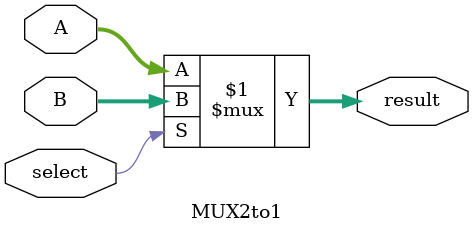
<source format=sv>
`timescale 1ns / 1ps


module MUX2to1(
    input [31:0]A,
    input [31:0]B,
    input select,
    output [31:0]result
    );
    assign result = select ? B : A;
endmodule

</source>
